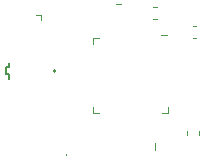
<source format=gbr>
%TF.GenerationSoftware,KiCad,Pcbnew,(5.1.6-0-10_14)*%
%TF.CreationDate,2020-10-31T13:09:24+09:00*%
%TF.ProjectId,RF920A,52463932-3041-42e6-9b69-6361645f7063,rev?*%
%TF.SameCoordinates,Original*%
%TF.FileFunction,Legend,Top*%
%TF.FilePolarity,Positive*%
%FSLAX46Y46*%
G04 Gerber Fmt 4.6, Leading zero omitted, Abs format (unit mm)*
G04 Created by KiCad (PCBNEW (5.1.6-0-10_14)) date 2020-10-31 13:09:24*
%MOMM*%
%LPD*%
G01*
G04 APERTURE LIST*
%ADD10C,0.120000*%
%ADD11C,0.127000*%
%ADD12C,0.200000*%
G04 APERTURE END LIST*
D10*
%TO.C,C1*%
X166610000Y-104317221D02*
X166610000Y-104642779D01*
X167630000Y-104317221D02*
X167630000Y-104642779D01*
%TO.C,U1*%
X164875000Y-96200000D02*
X164367000Y-96200000D01*
X158633000Y-96941000D02*
X158633000Y-96433000D01*
X158633000Y-96433000D02*
X159141000Y-96433000D01*
X159141000Y-102767000D02*
X158633000Y-102767000D01*
X158633000Y-102767000D02*
X158633000Y-102259000D01*
X164967000Y-102259000D02*
X164967000Y-102767000D01*
X164967000Y-102767000D02*
X164459000Y-102767000D01*
D11*
%TO.C,U2*%
X151240000Y-98890000D02*
X151240000Y-99490000D01*
X151240000Y-99490000D02*
X151490000Y-99490000D01*
X151490000Y-99490000D02*
X151490000Y-99890000D01*
X151490000Y-98490000D02*
X151490000Y-98890000D01*
X151490000Y-98890000D02*
X151240000Y-98890000D01*
D12*
X155500000Y-99210000D02*
G75*
G03*
X155500000Y-99210000I-100000J0D01*
G01*
D10*
%TO.C,U5*%
X161000000Y-93550000D02*
X160600000Y-93550000D01*
%TO.C,C13*%
X163699721Y-94810000D02*
X164025279Y-94810000D01*
X163699721Y-93790000D02*
X164025279Y-93790000D01*
%TO.C,C11*%
X167392779Y-95430000D02*
X167067221Y-95430000D01*
X167392779Y-96450000D02*
X167067221Y-96450000D01*
%TO.C,U6*%
X153850000Y-94490000D02*
X154250000Y-94490000D01*
X154250000Y-94490000D02*
X154250000Y-94890000D01*
%TO.C,U4*%
X163875000Y-105900000D02*
X163875000Y-105300000D01*
%TO.C,U3*%
X156340000Y-106360000D02*
X156340000Y-106235000D01*
%TD*%
M02*

</source>
